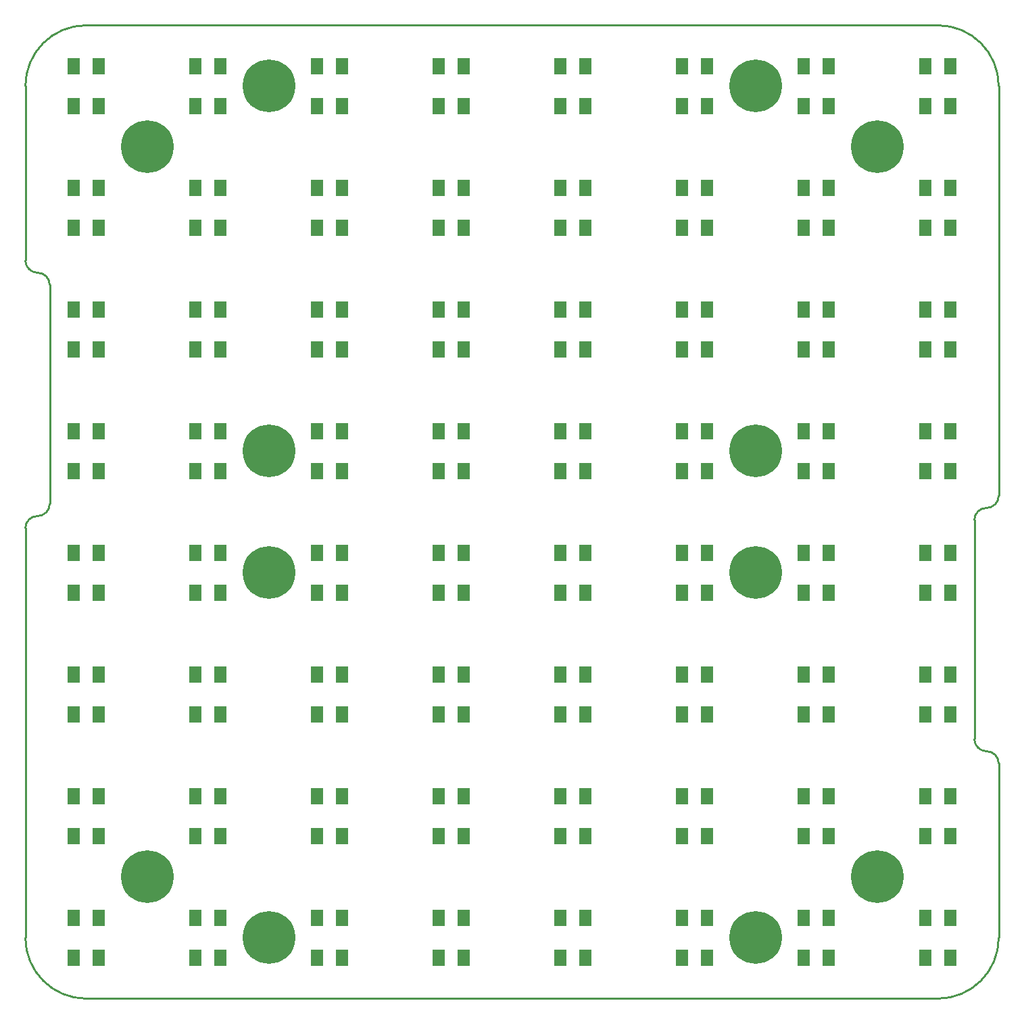
<source format=gts>
G04 #@! TF.FileFunction,Soldermask,Top*
%FSLAX46Y46*%
G04 Gerber Fmt 4.6, Leading zero omitted, Abs format (unit mm)*
G04 Created by KiCad (PCBNEW (2014-12-11 BZR 5320)-product) date Fri Dec 19 11:32:42 2014*
%MOMM*%
G01*
G04 APERTURE LIST*
%ADD10C,0.152400*%
%ADD11C,0.254000*%
%ADD12C,6.604000*%
%ADD13R,1.524000X2.032000*%
G04 APERTURE END LIST*
D10*
D11*
X147320000Y-117856000D02*
G75*
G03X145796000Y-116332000I-1524000J0D01*
G01*
X144272000Y-114808000D02*
G75*
G03X145796000Y-116332000I1524000J0D01*
G01*
X145796000Y-85852000D02*
G75*
G03X144272000Y-87376000I0J-1524000D01*
G01*
X145796000Y-85852000D02*
G75*
G03X147320000Y-84328000I0J1524000D01*
G01*
X25400000Y-54864000D02*
G75*
G03X26924000Y-56388000I1524000J0D01*
G01*
X28448000Y-57912000D02*
G75*
G03X26924000Y-56388000I-1524000J0D01*
G01*
X26924000Y-86868000D02*
G75*
G03X25400000Y-88392000I0J-1524000D01*
G01*
X26924000Y-86868000D02*
G75*
G03X28448000Y-85344000I0J1524000D01*
G01*
X147320000Y-84328000D02*
X147320000Y-33020000D01*
X147320000Y-117856000D02*
X147320000Y-139700000D01*
X25400000Y-88392000D02*
X25400000Y-139700000D01*
X25400000Y-54864000D02*
X25400000Y-33020000D01*
X144272000Y-101092000D02*
X144272000Y-114808000D01*
X144272000Y-101092000D02*
X144272000Y-87376000D01*
X28448000Y-71628000D02*
X28448000Y-85344000D01*
X28448000Y-71628000D02*
X28448000Y-57912000D01*
X139700000Y-147320000D02*
X33020000Y-147320000D01*
X33020000Y-25400000D02*
X139700000Y-25400000D01*
X25400000Y-139700000D02*
G75*
G03X33020000Y-147320000I7620000J0D01*
G01*
X147320000Y-33020000D02*
G75*
G03X139700000Y-25400000I-7620000J0D01*
G01*
X33020000Y-25400000D02*
G75*
G03X25400000Y-33020000I0J-7620000D01*
G01*
X139700000Y-147320000D02*
G75*
G03X147320000Y-139700000I0J7620000D01*
G01*
D12*
X55880000Y-139700000D03*
X116840000Y-139700000D03*
X55880000Y-93980000D03*
X116840000Y-93980000D03*
X55880000Y-78740000D03*
X116840000Y-78740000D03*
X55880000Y-33020000D03*
X116840000Y-33020000D03*
X40640000Y-40640000D03*
X132080000Y-40640000D03*
X40640000Y-132080000D03*
X132080000Y-132080000D03*
D13*
X49847500Y-30543500D03*
X46672500Y-30543500D03*
X46672500Y-35496500D03*
X49847500Y-35496500D03*
X141287500Y-45783500D03*
X138112500Y-45783500D03*
X138112500Y-50736500D03*
X141287500Y-50736500D03*
X126047500Y-45783500D03*
X122872500Y-45783500D03*
X122872500Y-50736500D03*
X126047500Y-50736500D03*
X110807500Y-45783500D03*
X107632500Y-45783500D03*
X107632500Y-50736500D03*
X110807500Y-50736500D03*
X95567500Y-45783500D03*
X92392500Y-45783500D03*
X92392500Y-50736500D03*
X95567500Y-50736500D03*
X80327500Y-45783500D03*
X77152500Y-45783500D03*
X77152500Y-50736500D03*
X80327500Y-50736500D03*
X65087500Y-45783500D03*
X61912500Y-45783500D03*
X61912500Y-50736500D03*
X65087500Y-50736500D03*
X49847500Y-45783500D03*
X46672500Y-45783500D03*
X46672500Y-50736500D03*
X49847500Y-50736500D03*
X34607500Y-45783500D03*
X31432500Y-45783500D03*
X31432500Y-50736500D03*
X34607500Y-50736500D03*
X141287500Y-61023500D03*
X138112500Y-61023500D03*
X138112500Y-65976500D03*
X141287500Y-65976500D03*
X126047500Y-61023500D03*
X122872500Y-61023500D03*
X122872500Y-65976500D03*
X126047500Y-65976500D03*
X110807500Y-61023500D03*
X107632500Y-61023500D03*
X107632500Y-65976500D03*
X110807500Y-65976500D03*
X95567500Y-61023500D03*
X92392500Y-61023500D03*
X92392500Y-65976500D03*
X95567500Y-65976500D03*
X80327500Y-61023500D03*
X77152500Y-61023500D03*
X77152500Y-65976500D03*
X80327500Y-65976500D03*
X65087500Y-61023500D03*
X61912500Y-61023500D03*
X61912500Y-65976500D03*
X65087500Y-65976500D03*
X49847500Y-61023500D03*
X46672500Y-61023500D03*
X46672500Y-65976500D03*
X49847500Y-65976500D03*
X34607500Y-61023500D03*
X31432500Y-61023500D03*
X31432500Y-65976500D03*
X34607500Y-65976500D03*
X141287500Y-76263500D03*
X138112500Y-76263500D03*
X138112500Y-81216500D03*
X141287500Y-81216500D03*
X126047500Y-76263500D03*
X122872500Y-76263500D03*
X122872500Y-81216500D03*
X126047500Y-81216500D03*
X110807500Y-76263500D03*
X107632500Y-76263500D03*
X107632500Y-81216500D03*
X110807500Y-81216500D03*
X95567500Y-76263500D03*
X92392500Y-76263500D03*
X92392500Y-81216500D03*
X95567500Y-81216500D03*
X80327500Y-76263500D03*
X77152500Y-76263500D03*
X77152500Y-81216500D03*
X80327500Y-81216500D03*
X65087500Y-76263500D03*
X61912500Y-76263500D03*
X61912500Y-81216500D03*
X65087500Y-81216500D03*
X49847500Y-76263500D03*
X46672500Y-76263500D03*
X46672500Y-81216500D03*
X49847500Y-81216500D03*
X34607500Y-76263500D03*
X31432500Y-76263500D03*
X31432500Y-81216500D03*
X34607500Y-81216500D03*
X141287500Y-91503500D03*
X138112500Y-91503500D03*
X138112500Y-96456500D03*
X141287500Y-96456500D03*
X126047500Y-91503500D03*
X122872500Y-91503500D03*
X122872500Y-96456500D03*
X126047500Y-96456500D03*
X110807500Y-91503500D03*
X107632500Y-91503500D03*
X107632500Y-96456500D03*
X110807500Y-96456500D03*
X95567500Y-91503500D03*
X92392500Y-91503500D03*
X92392500Y-96456500D03*
X95567500Y-96456500D03*
X80327500Y-91503500D03*
X77152500Y-91503500D03*
X77152500Y-96456500D03*
X80327500Y-96456500D03*
X65087500Y-91503500D03*
X61912500Y-91503500D03*
X61912500Y-96456500D03*
X65087500Y-96456500D03*
X49847500Y-91503500D03*
X46672500Y-91503500D03*
X46672500Y-96456500D03*
X49847500Y-96456500D03*
X34607500Y-91503500D03*
X31432500Y-91503500D03*
X31432500Y-96456500D03*
X34607500Y-96456500D03*
X141287500Y-106743500D03*
X138112500Y-106743500D03*
X138112500Y-111696500D03*
X141287500Y-111696500D03*
X126047500Y-106743500D03*
X122872500Y-106743500D03*
X122872500Y-111696500D03*
X126047500Y-111696500D03*
X110807500Y-106743500D03*
X107632500Y-106743500D03*
X107632500Y-111696500D03*
X110807500Y-111696500D03*
X95567500Y-106743500D03*
X92392500Y-106743500D03*
X92392500Y-111696500D03*
X95567500Y-111696500D03*
X80327500Y-106743500D03*
X77152500Y-106743500D03*
X77152500Y-111696500D03*
X80327500Y-111696500D03*
X65087500Y-106743500D03*
X61912500Y-106743500D03*
X61912500Y-111696500D03*
X65087500Y-111696500D03*
X49847500Y-106743500D03*
X46672500Y-106743500D03*
X46672500Y-111696500D03*
X49847500Y-111696500D03*
X34607500Y-106743500D03*
X31432500Y-106743500D03*
X31432500Y-111696500D03*
X34607500Y-111696500D03*
X141287500Y-121983500D03*
X138112500Y-121983500D03*
X138112500Y-126936500D03*
X141287500Y-126936500D03*
X126047500Y-121983500D03*
X122872500Y-121983500D03*
X122872500Y-126936500D03*
X126047500Y-126936500D03*
X110807500Y-121983500D03*
X107632500Y-121983500D03*
X107632500Y-126936500D03*
X110807500Y-126936500D03*
X95567500Y-121983500D03*
X92392500Y-121983500D03*
X92392500Y-126936500D03*
X95567500Y-126936500D03*
X80327500Y-121983500D03*
X77152500Y-121983500D03*
X77152500Y-126936500D03*
X80327500Y-126936500D03*
X65087500Y-121983500D03*
X61912500Y-121983500D03*
X61912500Y-126936500D03*
X65087500Y-126936500D03*
X49847500Y-121983500D03*
X46672500Y-121983500D03*
X46672500Y-126936500D03*
X49847500Y-126936500D03*
X34607500Y-121983500D03*
X31432500Y-121983500D03*
X31432500Y-126936500D03*
X34607500Y-126936500D03*
X141287500Y-137223500D03*
X138112500Y-137223500D03*
X138112500Y-142176500D03*
X141287500Y-142176500D03*
X126047500Y-137223500D03*
X122872500Y-137223500D03*
X122872500Y-142176500D03*
X126047500Y-142176500D03*
X110807500Y-137223500D03*
X107632500Y-137223500D03*
X107632500Y-142176500D03*
X110807500Y-142176500D03*
X95567500Y-137223500D03*
X92392500Y-137223500D03*
X92392500Y-142176500D03*
X95567500Y-142176500D03*
X80327500Y-137223500D03*
X77152500Y-137223500D03*
X77152500Y-142176500D03*
X80327500Y-142176500D03*
X65087500Y-137223500D03*
X61912500Y-137223500D03*
X61912500Y-142176500D03*
X65087500Y-142176500D03*
X49847500Y-137223500D03*
X46672500Y-137223500D03*
X46672500Y-142176500D03*
X49847500Y-142176500D03*
X34607500Y-137223500D03*
X31432500Y-137223500D03*
X31432500Y-142176500D03*
X34607500Y-142176500D03*
X141287500Y-30543500D03*
X138112500Y-30543500D03*
X138112500Y-35496500D03*
X141287500Y-35496500D03*
X126047500Y-30543500D03*
X122872500Y-30543500D03*
X122872500Y-35496500D03*
X126047500Y-35496500D03*
X110807500Y-30543500D03*
X107632500Y-30543500D03*
X107632500Y-35496500D03*
X110807500Y-35496500D03*
X95567500Y-30543500D03*
X92392500Y-30543500D03*
X92392500Y-35496500D03*
X95567500Y-35496500D03*
X80327500Y-30543500D03*
X77152500Y-30543500D03*
X77152500Y-35496500D03*
X80327500Y-35496500D03*
X65087500Y-30543500D03*
X61912500Y-30543500D03*
X61912500Y-35496500D03*
X65087500Y-35496500D03*
X34607500Y-30543500D03*
X31432500Y-30543500D03*
X31432500Y-35496500D03*
X34607500Y-35496500D03*
M02*

</source>
